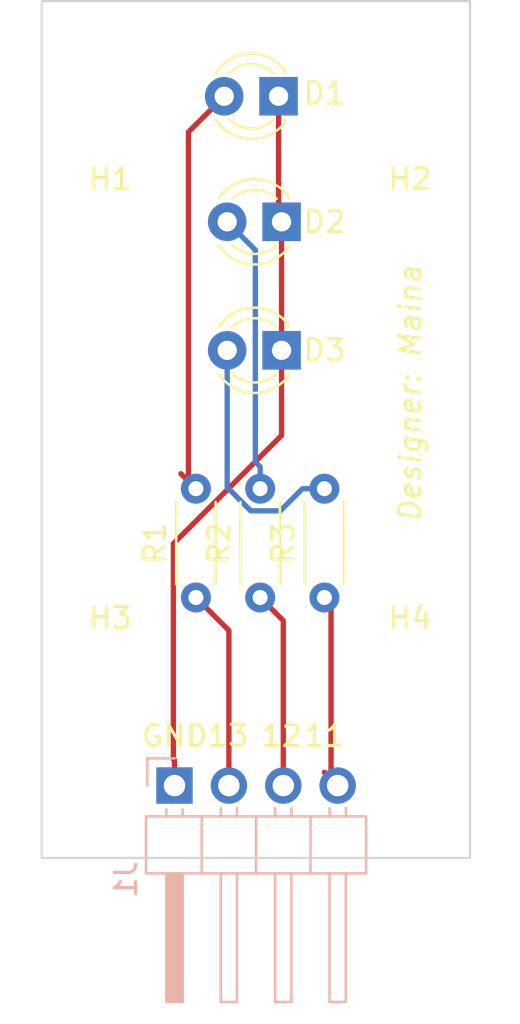
<source format=kicad_pcb>
(kicad_pcb (version 20211014) (generator pcbnew)
  (layers (0 "F.Cu" signal) (31 "B.Cu" signal) (34 "B.Paste" user) (35 "F.Paste" user) (36 "B.SilkS" user "B.Silkscreen") (37 "F.SilkS" user "F.Silkscreen") (38 "B.Mask" user) (39 "F.Mask" user) (44 "Edge.Cuts" user))
  (net 0 "")
  (net 1 "Net-(D1-Pad1)")
  (net 2 "Net-(D1-Pad2)")
  (net 3 "Net-(D2-Pad2)")
  (net 4 "Net-(D3-Pad2)")
  (net 5 "Net-(J1-Pad2)")
  (net 6 "Net-(J1-Pad3)")
  (net 7 "Net-(J1-Pad4)")
  (footprint "Resistor_THT:R_Axial_DIN0204_L3.6mm_D1.6mm_P5.08mm_Horizontal" (layer "F.Cu") (at 145 99.54 90)
    (fp_text reference "R2" (at 2.54 -1.92 90) (layer "F.SilkS"))
    (fp_text value "R")
    (fp_line (start 0.62 -0.92) (end 4.46 -0.92) (layer "F.SilkS") (width 0.12))
    (fp_line (start 0.62 0.92) (end 4.46 0.92) (layer "F.SilkS") (width 0.12))
    (pad "1" thru_hole circle (at 0 0 90) (size 1.4 1.4) (drill 0.7) (layers *.Cu *.Mask) (net 6 "Net-(J1-Pad3)"))
    (pad "2" thru_hole oval (at 5.08 0 90) (size 1.4 1.4) (drill 0.7) (layers *.Cu *.Mask) (net 3 "Net-(D2-Pad2)"))
  )
  (footprint "LED_THT:LED_D3.0mm" (layer "F.Cu") (at 146 88 180)
    (fp_text reference "D3" (at -2 0) (layer "F.SilkS"))
    (fp_text value "LED")
    (fp_line (start -0.29 1.08) (end -0.29 1.236) (layer "F.SilkS") (width 0.12))
    (fp_line (start -0.29 -1.236) (end -0.29 -1.08) (layer "F.SilkS") (width 0.12))
    (fp_arc (start -0.29 -1.235516) (mid 1.366487 -1.987659) (end 2.942335 -1.078608) (layer "F.SilkS") (width 0.12))
    (fp_arc (start 0.229039 -1.08) (mid 1.270117 -1.5) (end 2.31113 -1.079837) (layer "F.SilkS") (width 0.12))
    (fp_arc (start 2.942335 1.078608) (mid 1.366487 1.987659) (end -0.29 1.235516) (layer "F.SilkS") (width 0.12))
    (fp_arc (start 2.31113 1.079837) (mid 1.270117 1.5) (end 0.229039 1.08) (layer "F.SilkS") (width 0.12))
    (pad "1" thru_hole rect (at 0 0 180) (size 1.8 1.8) (drill 0.9) (layers *.Cu *.Mask) (net 1 "Net-(D1-Pad1)"))
    (pad "2" thru_hole circle (at 2.54 0 180) (size 1.8 1.8) (drill 0.9) (layers *.Cu *.Mask) (net 4 "Net-(D3-Pad2)"))
  )
  (footprint "Resistor_THT:R_Axial_DIN0204_L3.6mm_D1.6mm_P5.08mm_Horizontal" (layer "F.Cu") (at 142 99.54 90)
    (fp_text reference "R1" (at 2.54 -1.92 90) (layer "F.SilkS"))
    (fp_text value "R")
    (fp_line (start 0.62 0.92) (end 4.46 0.92) (layer "F.SilkS") (width 0.12))
    (fp_line (start 0.62 -0.92) (end 4.46 -0.92) (layer "F.SilkS") (width 0.12))
    (pad "1" thru_hole circle (at 0 0 90) (size 1.4 1.4) (drill 0.7) (layers *.Cu *.Mask) (net 5 "Net-(J1-Pad2)"))
    (pad "2" thru_hole oval (at 5.08 0 90) (size 1.4 1.4) (drill 0.7) (layers *.Cu *.Mask) (net 2 "Net-(D1-Pad2)"))
  )
  (footprint "MountingHole:MountingHole_2.5mm" (layer "F.Cu") (at 152 75)
    (fp_text reference "H2" (at 0 5) (layer "F.SilkS"))
    (fp_text value "MountingHole")
    (pad "" np_thru_hole circle (at 0 0) (size 2.5 2.5) (drill 2.5) (layers *.Cu *.Mask))
  )
  (footprint "LED_THT:LED_D3.0mm" (layer "F.Cu") (at 145.86 76.14 180)
    (fp_text reference "D1" (at -2.14 0.14) (layer "F.SilkS"))
    (fp_text value "LED")
    (fp_line (start -0.29 -1.236) (end -0.29 -1.08) (layer "F.SilkS") (width 0.12))
    (fp_line (start -0.29 1.08) (end -0.29 1.236) (layer "F.SilkS") (width 0.12))
    (fp_arc (start 0.229039 -1.08) (mid 1.270117 -1.5) (end 2.31113 -1.079837) (layer "F.SilkS") (width 0.12))
    (fp_arc (start 2.942335 1.078608) (mid 1.366487 1.987659) (end -0.29 1.235516) (layer "F.SilkS") (width 0.12))
    (fp_arc (start -0.29 -1.235516) (mid 1.366487 -1.987659) (end 2.942335 -1.078608) (layer "F.SilkS") (width 0.12))
    (fp_arc (start 2.31113 1.079837) (mid 1.270117 1.5) (end 0.229039 1.08) (layer "F.SilkS") (width 0.12))
    (pad "1" thru_hole rect (at 0 0 180) (size 1.8 1.8) (drill 0.9) (layers *.Cu *.Mask) (net 1 "Net-(D1-Pad1)"))
    (pad "2" thru_hole circle (at 2.54 0 180) (size 1.8 1.8) (drill 0.9) (layers *.Cu *.Mask) (net 2 "Net-(D1-Pad2)"))
  )
  (footprint "MountingHole:MountingHole_2.5mm" (layer "F.Cu") (at 138 104)
    (fp_text reference "H3" (at 0 -3.5) (layer "F.SilkS"))
    (fp_text value "MountingHole")
    (pad "" np_thru_hole circle (at 0 0) (size 2.5 2.5) (drill 2.5) (layers *.Cu *.Mask))
  )
  (footprint "MountingHole:MountingHole_2.5mm" (layer "F.Cu") (at 152 104)
    (fp_text reference "H4" (at 0 -3.5) (layer "F.SilkS"))
    (fp_text value "MountingHole")
    (pad "" np_thru_hole circle (at 0 0) (size 2.5 2.5) (drill 2.5) (layers *.Cu *.Mask))
  )
  (footprint "MountingHole:MountingHole_2.5mm" (layer "F.Cu") (at 138 75)
    (fp_text reference "H1" (at 0 5) (layer "F.SilkS"))
    (fp_text value "MountingHole")
    (pad "" np_thru_hole circle (at 0 0) (size 2.5 2.5) (drill 2.5) (layers *.Cu *.Mask))
  )
  (footprint "Resistor_THT:R_Axial_DIN0204_L3.6mm_D1.6mm_P5.08mm_Horizontal" (layer "F.Cu") (at 148 99.54 90)
    (fp_text reference "R3" (at 2.54 -1.92 90) (layer "F.SilkS"))
    (fp_text value "R")
    (fp_line (start 0.62 0.92) (end 4.46 0.92) (layer "F.SilkS") (width 0.12))
    (fp_line (start 0.62 -0.92) (end 4.46 -0.92) (layer "F.SilkS") (width 0.12))
    (pad "1" thru_hole circle (at 0 0 90) (size 1.4 1.4) (drill 0.7) (layers *.Cu *.Mask) (net 7 "Net-(J1-Pad4)"))
    (pad "2" thru_hole oval (at 5.08 0 90) (size 1.4 1.4) (drill 0.7) (layers *.Cu *.Mask) (net 4 "Net-(D3-Pad2)"))
  )
  (footprint "LED_THT:LED_D3.0mm" (layer "F.Cu") (at 146 82 180)
    (fp_text reference "D2" (at -2 0) (layer "F.SilkS"))
    (fp_text value "LED")
    (fp_line (start -0.29 -1.236) (end -0.29 -1.08) (layer "F.SilkS") (width 0.12))
    (fp_line (start -0.29 1.08) (end -0.29 1.236) (layer "F.SilkS") (width 0.12))
    (fp_arc (start 2.942335 1.078608) (mid 1.366487 1.987659) (end -0.29 1.235516) (layer "F.SilkS") (width 0.12))
    (fp_arc (start -0.29 -1.235516) (mid 1.366487 -1.987659) (end 2.942335 -1.078608) (layer "F.SilkS") (width 0.12))
    (fp_arc (start 0.229039 -1.08) (mid 1.270117 -1.5) (end 2.31113 -1.079837) (layer "F.SilkS") (width 0.12))
    (fp_arc (start 2.31113 1.079837) (mid 1.270117 1.5) (end 0.229039 1.08) (layer "F.SilkS") (width 0.12))
    (pad "1" thru_hole rect (at 0 0 180) (size 1.8 1.8) (drill 0.9) (layers *.Cu *.Mask) (net 1 "Net-(D1-Pad1)"))
    (pad "2" thru_hole circle (at 2.54 0 180) (size 1.8 1.8) (drill 0.9) (layers *.Cu *.Mask) (net 3 "Net-(D2-Pad2)"))
  )
  (footprint "Connector_PinHeader_2.54mm:PinHeader_1x04_P2.54mm_Horizontal" (layer "B.Cu") (at 141 108.32 -90)
    (fp_text reference "J1" (at 4.385 2.27 90) (layer "B.SilkS") (effects (justify mirror)))
    (fp_text value "Conn_01x04_Male")
    (fp_line (start 1.042929 -5.46) (end 1.44 -5.46) (layer "B.SilkS") (width 0.12))
    (fp_line (start 1.44 1.33) (end 1.44 -8.95) (layer "B.SilkS") (width 0.12))
    (fp_line (start 1.042929 -2.16) (end 1.44 -2.16) (layer "B.SilkS") (width 0.12))
    (fp_line (start 4.1 -0.28) (end 10.1 -0.28) (layer "B.SilkS") (width 0.12))
    (fp_line (start 1.44 -6.35) (end 4.1 -6.35) (layer "B.SilkS") (width 0.12))
    (fp_line (start 1.042929 -4.7) (end 1.44 -4.7) (layer "B.SilkS") (width 0.12))
    (fp_line (start 4.1 0.08) (end 10.1 0.08) (layer "B.SilkS") (width 0.12))
    (fp_line (start 10.1 -0.38) (end 4.1 -0.38) (layer "B.SilkS") (width 0.12))
    (fp_line (start 1.11 -0.38) (end 1.44 -0.38) (layer "B.SilkS") (width 0.12))
    (fp_line (start 1.042929 -2.92) (end 1.44 -2.92) (layer "B.SilkS") (width 0.12))
    (fp_line (start 1.11 0.38) (end 1.44 0.38) (layer "B.SilkS") (width 0.12))
    (fp_line (start 4.1 0.2) (end 10.1 0.2) (layer "B.SilkS") (width 0.12))
    (fp_line (start 10.1 -2.16) (end 10.1 -2.92) (layer "B.SilkS") (width 0.12))
    (fp_line (start 10.1 -4.7) (end 10.1 -5.46) (layer "B.SilkS") (width 0.12))
    (fp_line (start 4.1 1.33) (end 1.44 1.33) (layer "B.SilkS") (width 0.12))
    (fp_line (start 4.1 -4.7) (end 10.1 -4.7) (layer "B.SilkS") (width 0.12))
    (fp_line (start -1.27 1.27) (end 0 1.27) (layer "B.SilkS") (width 0.12))
    (fp_line (start -1.27 0) (end -1.27 1.27) (layer "B.SilkS") (width 0.12))
    (fp_line (start 4.1 -0.04) (end 10.1 -0.04) (layer "B.SilkS") (width 0.12))
    (fp_line (start 1.44 -1.27) (end 4.1 -1.27) (layer "B.SilkS") (width 0.12))
    (fp_line (start 4.1 0.32) (end 10.1 0.32) (layer "B.SilkS") (width 0.12))
    (fp_line (start 1.44 -3.81) (end 4.1 -3.81) (layer "B.SilkS") (width 0.12))
    (fp_line (start 10.1 -5.46) (end 4.1 -5.46) (layer "B.SilkS") (width 0.12))
    (fp_line (start 10.1 0.38) (end 10.1 -0.38) (layer "B.SilkS") (width 0.12))
    (fp_line (start 4.1 -8.95) (end 4.1 1.33) (layer "B.SilkS") (width 0.12))
    (fp_line (start 1.042929 -7.24) (end 1.44 -7.24) (layer "B.SilkS") (width 0.12))
    (fp_line (start 4.1 0.38) (end 10.1 0.38) (layer "B.SilkS") (width 0.12))
    (fp_line (start 4.1 -0.16) (end 10.1 -0.16) (layer "B.SilkS") (width 0.12))
    (fp_line (start 1.44 -8.95) (end 4.1 -8.95) (layer "B.SilkS") (width 0.12))
    (fp_line (start 4.1 -7.24) (end 10.1 -7.24) (layer "B.SilkS") (width 0.12))
    (fp_line (start 4.1 -2.16) (end 10.1 -2.16) (layer "B.SilkS") (width 0.12))
    (fp_line (start 10.1 -8) (end 4.1 -8) (layer "B.SilkS") (width 0.12))
    (fp_line (start 10.1 -7.24) (end 10.1 -8) (layer "B.SilkS") (width 0.12))
    (fp_line (start 1.042929 -8) (end 1.44 -8) (layer "B.SilkS") (width 0.12))
    (fp_line (start 10.1 -2.92) (end 4.1 -2.92) (layer "B.SilkS") (width 0.12))
    (pad "1" thru_hole rect (at 0 0 270) (size 1.7 1.7) (drill 1) (layers *.Cu *.Mask) (net 1 "Net-(D1-Pad1)"))
    (pad "2" thru_hole oval (at 0 -2.54 270) (size 1.7 1.7) (drill 1) (layers *.Cu *.Mask) (net 5 "Net-(J1-Pad2)"))
    (pad "3" thru_hole oval (at 0 -5.08 270) (size 1.7 1.7) (drill 1) (layers *.Cu *.Mask) (net 6 "Net-(J1-Pad3)"))
    (pad "4" thru_hole oval (at 0 -7.62 270) (size 1.7 1.7) (drill 1) (layers *.Cu *.Mask) (net 7 "Net-(J1-Pad4)"))
  )
  (gr_poly (pts (xy 154.8 111.695) (xy 134.8 111.695) (xy 134.8 71.695) (xy 154.8 71.695)) (layer "Edge.Cuts") (width 0.1) (fill none))
  (gr_text "D13\n" (at 143 106) (layer "F.SilkS") (effects (font (size 1 1))))
  (gr_text "11" (at 148 106) (layer "F.SilkS") (effects (font (size 1 1))))
  (gr_text "12" (at 146 106) (layer "F.SilkS") (effects (font (size 1 1))))
  (gr_text "GND" (at 141 106) (layer "F.SilkS") (effects (font (size 1 1))))
  (gr_text "Designer: Maina" (at 152 90 90) (layer "F.SilkS") (effects (font (size 1 1) (thickness 0.15) italic)))
  (segment (start 146 82) (end 146 88) (width 0.25) (layer "F.Cu") (net 1))
  (segment (start 145.86 81.86) (end 146 82) (width 0.25) (layer "F.Cu") (net 1))
  (segment (start 146 88) (end 146 91.9746) (width 0.25) (layer "F.Cu") (net 1))
  (segment (start 140.9469 107.0916) (end 141 107.1447) (width 0.25) (layer "F.Cu") (net 1))
  (segment (start 145.86 81.86) (end 145.86 76.14) (width 0.25) (layer "F.Cu") (net 1))
  (segment (start 140.9469 97.0277) (end 140.9469 107.0916) (width 0.25) (layer "F.Cu") (net 1))
  (segment (start 141 108.32) (end 141 107.1447) (width 0.25) (layer "F.Cu") (net 1))
  (segment (start 146 91.9746) (end 140.9469 97.0277) (width 0.25) (layer "F.Cu") (net 1))
  (segment (start 141.65 94.11) (end 142 94.46) (width 0.25) (layer "F.Cu") (net 2))
  (segment (start 141.65 94.11) (end 141.65 77.81) (width 0.25) (layer "F.Cu") (net 2))
  (segment (start 141.3 93.76) (end 141.65 94.11) (width 0.25) (layer "F.Cu") (net 2))
  (segment (start 141.65 77.81) (end 143.32 76.14) (width 0.25) (layer "F.Cu") (net 2))
  (segment (start 143.46 82) (end 144.7746 83.3146) (width 0.25) (layer "B.Cu") (net 3))
  (segment (start 144.7746 83.3146) (end 144.7746 93.2093) (width 0.25) (layer "B.Cu") (net 3))
  (segment (start 144.7746 93.2093) (end 145 93.4347) (width 0.25) (layer "B.Cu") (net 3))
  (segment (start 145 94.46) (end 145 93.4347) (width 0.25) (layer "B.Cu") (net 3))
  (segment (start 144.5616 95.4939) (end 143.46 94.3923) (width 0.25) (layer "B.Cu") (net 4))
  (segment (start 148 94.46) (end 146.9747 94.46) (width 0.25) (layer "B.Cu") (net 4))
  (segment (start 145.9408 95.4939) (end 144.5616 95.4939) (width 0.25) (layer "B.Cu") (net 4))
  (segment (start 146.9747 94.46) (end 145.9408 95.4939) (width 0.25) (layer "B.Cu") (net 4))
  (segment (start 143.46 94.3923) (end 143.46 88) (width 0.25) (layer "B.Cu") (net 4))
  (segment (start 143.54 108.32) (end 143.54 101.08) (width 0.25) (layer "F.Cu") (net 5))
  (segment (start 143.54 101.08) (end 142 99.54) (width 0.25) (layer "F.Cu") (net 5))
  (segment (start 146.08 100.62) (end 145 99.54) (width 0.25) (layer "F.Cu") (net 6))
  (segment (start 146.08 108.32) (end 146.08 100.62) (width 0.25) (layer "F.Cu") (net 6))
  (segment (start 148.31 108.01) (end 148.31 99.85) (width 0.25) (layer "F.Cu") (net 7))
  (segment (start 148.31 108.01) (end 148.62 108.32) (width 0.25) (layer "F.Cu") (net 7))
  (segment (start 148.31 99.85) (end 148 99.54) (width 0.25) (layer "F.Cu") (net 7))
  (segment (start 148 107.7) (end 148.31 108.01) (width 0.25) (layer "F.Cu") (net 7))
)
</source>
